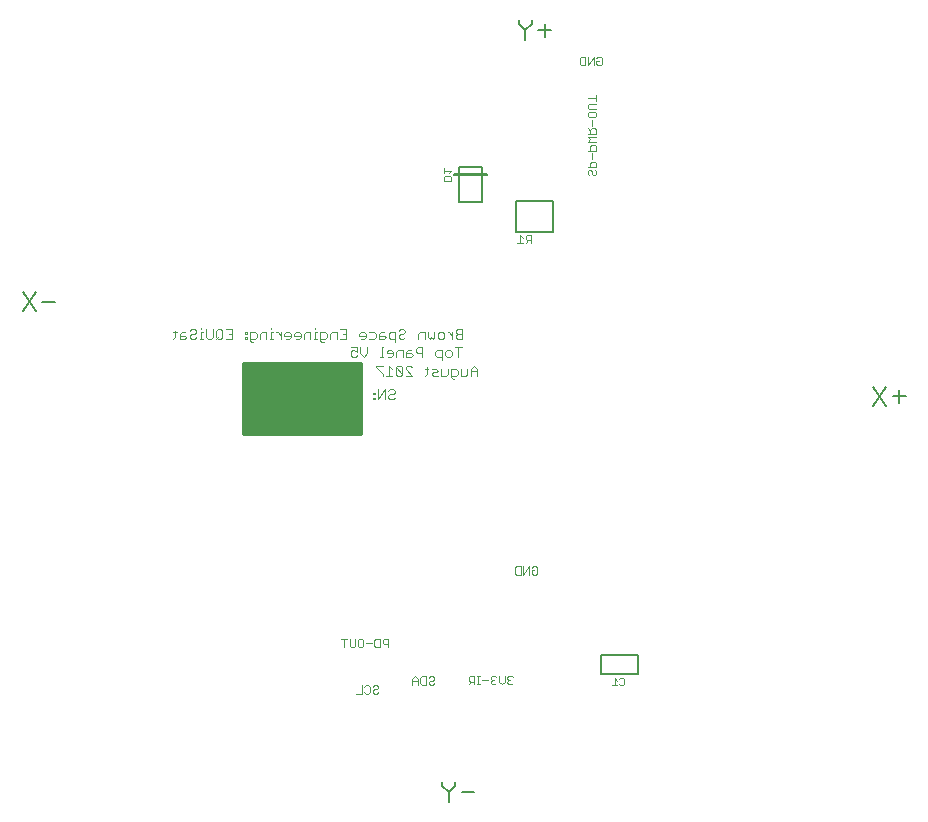
<source format=gbo>
G75*
%MOIN*%
%OFA0B0*%
%FSLAX25Y25*%
%IPPOS*%
%LPD*%
%AMOC8*
5,1,8,0,0,1.08239X$1,22.5*
%
%ADD10C,0.01000*%
%ADD11C,0.00600*%
%ADD12C,0.00300*%
%ADD13C,0.00500*%
%ADD14C,0.00200*%
D10*
X0193060Y0278099D02*
X0193060Y0301721D01*
X0232430Y0301721D01*
X0232430Y0280855D01*
X0232430Y0296997D01*
X0232430Y0278099D01*
X0193060Y0278099D01*
X0193060Y0278988D02*
X0232430Y0278988D01*
X0232430Y0279987D02*
X0193060Y0279987D01*
X0193060Y0280986D02*
X0232430Y0280986D01*
X0232430Y0281984D02*
X0193060Y0281984D01*
X0193060Y0282983D02*
X0232430Y0282983D01*
X0232430Y0283981D02*
X0193060Y0283981D01*
X0193060Y0284980D02*
X0232430Y0284980D01*
X0232430Y0285978D02*
X0193060Y0285978D01*
X0193060Y0286977D02*
X0232430Y0286977D01*
X0232430Y0287975D02*
X0193060Y0287975D01*
X0193060Y0288974D02*
X0232430Y0288974D01*
X0232430Y0289972D02*
X0193060Y0289972D01*
X0193060Y0290971D02*
X0232430Y0290971D01*
X0232430Y0291969D02*
X0193060Y0291969D01*
X0193060Y0292968D02*
X0232430Y0292968D01*
X0232430Y0293966D02*
X0193060Y0293966D01*
X0193060Y0294965D02*
X0232430Y0294965D01*
X0232430Y0295963D02*
X0193060Y0295963D01*
X0193060Y0296962D02*
X0232430Y0296962D01*
X0232430Y0297960D02*
X0193060Y0297960D01*
X0193060Y0298959D02*
X0232430Y0298959D01*
X0232430Y0299957D02*
X0193060Y0299957D01*
X0193060Y0300956D02*
X0232430Y0300956D01*
D11*
X0130555Y0322153D02*
X0126285Y0322153D01*
X0124110Y0318950D02*
X0119839Y0325356D01*
X0124110Y0325356D02*
X0119839Y0318950D01*
X0285194Y0414839D02*
X0285194Y0415907D01*
X0285194Y0414839D02*
X0287329Y0412704D01*
X0287329Y0409502D01*
X0287329Y0412704D02*
X0289464Y0414839D01*
X0289464Y0415907D01*
X0291639Y0412704D02*
X0295909Y0412704D01*
X0293774Y0414839D02*
X0293774Y0410569D01*
X0403304Y0293860D02*
X0407574Y0287454D01*
X0409749Y0290657D02*
X0414020Y0290657D01*
X0411885Y0292792D02*
X0411885Y0288522D01*
X0407574Y0293860D02*
X0403304Y0287454D01*
X0270319Y0158767D02*
X0266049Y0158767D01*
X0263873Y0160902D02*
X0261738Y0158767D01*
X0261738Y0155565D01*
X0261738Y0158767D02*
X0259603Y0160902D01*
X0259603Y0161970D01*
X0263873Y0161970D02*
X0263873Y0160902D01*
D12*
X0243156Y0289667D02*
X0243697Y0290208D01*
X0243156Y0289667D02*
X0242074Y0289667D01*
X0241533Y0290208D01*
X0241533Y0290749D01*
X0242074Y0291290D01*
X0243156Y0291290D01*
X0243697Y0291831D01*
X0243697Y0292372D01*
X0243156Y0292913D01*
X0242074Y0292913D01*
X0241533Y0292372D01*
X0240435Y0292913D02*
X0238271Y0289667D01*
X0238271Y0292913D01*
X0237172Y0291831D02*
X0237172Y0291290D01*
X0236631Y0291290D01*
X0236631Y0291831D01*
X0237172Y0291831D01*
X0237172Y0290208D02*
X0237172Y0289667D01*
X0236631Y0289667D01*
X0236631Y0290208D01*
X0237172Y0290208D01*
X0240435Y0289667D02*
X0240435Y0292913D01*
X0240816Y0297541D02*
X0242980Y0297541D01*
X0241898Y0297541D02*
X0241898Y0300787D01*
X0242980Y0299705D01*
X0244079Y0300246D02*
X0246243Y0298082D01*
X0245702Y0297541D01*
X0244620Y0297541D01*
X0244079Y0298082D01*
X0244079Y0300246D01*
X0244620Y0300787D01*
X0245702Y0300787D01*
X0246243Y0300246D01*
X0246243Y0298082D01*
X0247341Y0297541D02*
X0249505Y0297541D01*
X0247341Y0299705D01*
X0247341Y0300246D01*
X0247882Y0300787D01*
X0248964Y0300787D01*
X0249505Y0300246D01*
X0249159Y0303840D02*
X0249700Y0304381D01*
X0249159Y0304922D01*
X0247536Y0304922D01*
X0247536Y0305463D02*
X0247536Y0303840D01*
X0249159Y0303840D01*
X0249159Y0306004D02*
X0248077Y0306004D01*
X0247536Y0305463D01*
X0246437Y0306004D02*
X0244814Y0306004D01*
X0244273Y0305463D01*
X0244273Y0303840D01*
X0243175Y0304381D02*
X0243175Y0305463D01*
X0242634Y0306004D01*
X0241552Y0306004D01*
X0241011Y0305463D01*
X0241011Y0304922D01*
X0243175Y0304922D01*
X0243175Y0304381D02*
X0242634Y0303840D01*
X0241552Y0303840D01*
X0239912Y0303840D02*
X0238830Y0303840D01*
X0239371Y0303840D02*
X0239371Y0307086D01*
X0239912Y0307086D01*
X0240131Y0309745D02*
X0238508Y0309745D01*
X0238508Y0311368D01*
X0239049Y0311909D01*
X0240131Y0311909D01*
X0240131Y0310827D02*
X0238508Y0310827D01*
X0237409Y0310286D02*
X0236868Y0309745D01*
X0235245Y0309745D01*
X0234147Y0310286D02*
X0234147Y0311368D01*
X0233606Y0311909D01*
X0232524Y0311909D01*
X0231983Y0311368D01*
X0231983Y0310827D01*
X0234147Y0310827D01*
X0234147Y0310286D02*
X0233606Y0309745D01*
X0232524Y0309745D01*
X0232310Y0307086D02*
X0232310Y0304922D01*
X0233393Y0303840D01*
X0234475Y0304922D01*
X0234475Y0307086D01*
X0231212Y0307086D02*
X0231212Y0305463D01*
X0230130Y0306004D01*
X0229589Y0306004D01*
X0229048Y0305463D01*
X0229048Y0304381D01*
X0229589Y0303840D01*
X0230671Y0303840D01*
X0231212Y0304381D01*
X0231212Y0307086D02*
X0229048Y0307086D01*
X0227622Y0309745D02*
X0227622Y0312991D01*
X0225457Y0312991D01*
X0224359Y0311909D02*
X0222736Y0311909D01*
X0222195Y0311368D01*
X0222195Y0309745D01*
X0221096Y0310286D02*
X0220555Y0309745D01*
X0218932Y0309745D01*
X0218932Y0309204D02*
X0218932Y0311909D01*
X0220555Y0311909D01*
X0221096Y0311368D01*
X0221096Y0310286D01*
X0220014Y0308663D02*
X0219473Y0308663D01*
X0218932Y0309204D01*
X0217834Y0309745D02*
X0216752Y0309745D01*
X0217293Y0309745D02*
X0217293Y0311909D01*
X0217834Y0311909D01*
X0217293Y0312991D02*
X0217293Y0313532D01*
X0215659Y0311909D02*
X0215659Y0309745D01*
X0215659Y0311909D02*
X0214036Y0311909D01*
X0213495Y0311368D01*
X0213495Y0309745D01*
X0212396Y0310286D02*
X0212396Y0311368D01*
X0211855Y0311909D01*
X0210773Y0311909D01*
X0210232Y0311368D01*
X0210232Y0310827D01*
X0212396Y0310827D01*
X0212396Y0310286D02*
X0211855Y0309745D01*
X0210773Y0309745D01*
X0209133Y0310286D02*
X0209133Y0311368D01*
X0208592Y0311909D01*
X0207510Y0311909D01*
X0206969Y0311368D01*
X0206969Y0310827D01*
X0209133Y0310827D01*
X0209133Y0310286D02*
X0208592Y0309745D01*
X0207510Y0309745D01*
X0205871Y0309745D02*
X0205871Y0311909D01*
X0205871Y0310827D02*
X0204789Y0311909D01*
X0204248Y0311909D01*
X0203152Y0311909D02*
X0202611Y0311909D01*
X0202611Y0309745D01*
X0203152Y0309745D02*
X0202070Y0309745D01*
X0200977Y0309745D02*
X0200977Y0311909D01*
X0199354Y0311909D01*
X0198813Y0311368D01*
X0198813Y0309745D01*
X0197714Y0310286D02*
X0197173Y0309745D01*
X0195550Y0309745D01*
X0195550Y0309204D02*
X0195550Y0311909D01*
X0197173Y0311909D01*
X0197714Y0311368D01*
X0197714Y0310286D01*
X0196632Y0308663D02*
X0196091Y0308663D01*
X0195550Y0309204D01*
X0194452Y0309745D02*
X0194452Y0310286D01*
X0193911Y0310286D01*
X0193911Y0309745D01*
X0194452Y0309745D01*
X0194452Y0311368D02*
X0194452Y0311909D01*
X0193911Y0311909D01*
X0193911Y0311368D01*
X0194452Y0311368D01*
X0189558Y0311368D02*
X0188476Y0311368D01*
X0189558Y0309745D02*
X0187394Y0309745D01*
X0186295Y0310286D02*
X0185754Y0309745D01*
X0184672Y0309745D01*
X0184131Y0310286D01*
X0184131Y0312450D01*
X0184672Y0312991D01*
X0185754Y0312991D01*
X0186295Y0312450D01*
X0186295Y0310286D01*
X0185213Y0310827D02*
X0184131Y0309745D01*
X0183032Y0310286D02*
X0182491Y0309745D01*
X0181409Y0309745D01*
X0180868Y0310286D01*
X0180868Y0312991D01*
X0179770Y0311909D02*
X0179229Y0311909D01*
X0179229Y0309745D01*
X0179770Y0309745D02*
X0178688Y0309745D01*
X0177595Y0310286D02*
X0177054Y0309745D01*
X0175972Y0309745D01*
X0175431Y0310286D01*
X0175431Y0310827D01*
X0175972Y0311368D01*
X0177054Y0311368D01*
X0177595Y0311909D01*
X0177595Y0312450D01*
X0177054Y0312991D01*
X0175972Y0312991D01*
X0175431Y0312450D01*
X0173791Y0311909D02*
X0172709Y0311909D01*
X0172168Y0311368D01*
X0172168Y0309745D01*
X0173791Y0309745D01*
X0174332Y0310286D01*
X0173791Y0310827D01*
X0172168Y0310827D01*
X0171069Y0311909D02*
X0169987Y0311909D01*
X0170528Y0312450D02*
X0170528Y0310286D01*
X0169987Y0309745D01*
X0179229Y0312991D02*
X0179229Y0313532D01*
X0183032Y0312991D02*
X0183032Y0310286D01*
X0187394Y0312991D02*
X0189558Y0312991D01*
X0189558Y0309745D01*
X0202611Y0312991D02*
X0202611Y0313532D01*
X0224359Y0311909D02*
X0224359Y0309745D01*
X0225457Y0309745D02*
X0227622Y0309745D01*
X0227622Y0311368D02*
X0226540Y0311368D01*
X0235245Y0311909D02*
X0236868Y0311909D01*
X0237409Y0311368D01*
X0237409Y0310286D01*
X0240131Y0309745D02*
X0240672Y0310286D01*
X0240131Y0310827D01*
X0241771Y0310286D02*
X0242312Y0309745D01*
X0243935Y0309745D01*
X0243935Y0308663D02*
X0243935Y0311909D01*
X0242312Y0311909D01*
X0241771Y0311368D01*
X0241771Y0310286D01*
X0245033Y0310286D02*
X0245574Y0309745D01*
X0246656Y0309745D01*
X0247197Y0310286D01*
X0246656Y0311368D02*
X0245574Y0311368D01*
X0245033Y0310827D01*
X0245033Y0310286D01*
X0246656Y0311368D02*
X0247197Y0311909D01*
X0247197Y0312450D01*
X0246656Y0312991D01*
X0245574Y0312991D01*
X0245033Y0312450D01*
X0250799Y0306545D02*
X0250799Y0305463D01*
X0251340Y0304922D01*
X0252963Y0304922D01*
X0252963Y0303840D02*
X0252963Y0307086D01*
X0251340Y0307086D01*
X0250799Y0306545D01*
X0251558Y0309745D02*
X0251558Y0311368D01*
X0252099Y0311909D01*
X0253723Y0311909D01*
X0253723Y0309745D01*
X0254821Y0310286D02*
X0254821Y0311909D01*
X0254821Y0310286D02*
X0255362Y0309745D01*
X0255903Y0310286D01*
X0256444Y0309745D01*
X0256985Y0310286D01*
X0256985Y0311909D01*
X0258084Y0311368D02*
X0258625Y0311909D01*
X0259707Y0311909D01*
X0260248Y0311368D01*
X0260248Y0310286D01*
X0259707Y0309745D01*
X0258625Y0309745D01*
X0258084Y0310286D01*
X0258084Y0311368D01*
X0261344Y0311909D02*
X0261885Y0311909D01*
X0262967Y0310827D01*
X0262967Y0309745D02*
X0262967Y0311909D01*
X0264065Y0311909D02*
X0264606Y0311368D01*
X0266229Y0311368D01*
X0266229Y0309745D02*
X0264606Y0309745D01*
X0264065Y0310286D01*
X0264065Y0310827D01*
X0264606Y0311368D01*
X0264065Y0311909D02*
X0264065Y0312450D01*
X0264606Y0312991D01*
X0266229Y0312991D01*
X0266229Y0309745D01*
X0266013Y0307086D02*
X0263849Y0307086D01*
X0264931Y0307086D02*
X0264931Y0303840D01*
X0262751Y0304381D02*
X0262210Y0303840D01*
X0261128Y0303840D01*
X0260587Y0304381D01*
X0260587Y0305463D01*
X0261128Y0306004D01*
X0262210Y0306004D01*
X0262751Y0305463D01*
X0262751Y0304381D01*
X0259488Y0303840D02*
X0257865Y0303840D01*
X0257324Y0304381D01*
X0257324Y0305463D01*
X0257865Y0306004D01*
X0259488Y0306004D01*
X0259488Y0302758D01*
X0259304Y0299705D02*
X0259304Y0297541D01*
X0260927Y0297541D01*
X0261468Y0298082D01*
X0261468Y0299705D01*
X0262567Y0299705D02*
X0264190Y0299705D01*
X0264731Y0299164D01*
X0264731Y0298082D01*
X0264190Y0297541D01*
X0262567Y0297541D01*
X0262567Y0297000D02*
X0262567Y0299705D01*
X0262567Y0297000D02*
X0263108Y0296459D01*
X0263649Y0296459D01*
X0265830Y0297541D02*
X0265830Y0299705D01*
X0267994Y0299705D02*
X0267994Y0298082D01*
X0267453Y0297541D01*
X0265830Y0297541D01*
X0269092Y0297541D02*
X0269092Y0299705D01*
X0270174Y0300787D01*
X0271256Y0299705D01*
X0271256Y0297541D01*
X0271256Y0299164D02*
X0269092Y0299164D01*
X0258206Y0299164D02*
X0257665Y0299705D01*
X0256042Y0299705D01*
X0254943Y0299705D02*
X0253861Y0299705D01*
X0254402Y0300246D02*
X0254402Y0298082D01*
X0253861Y0297541D01*
X0256042Y0298082D02*
X0256583Y0298623D01*
X0257665Y0298623D01*
X0258206Y0299164D01*
X0258206Y0297541D02*
X0256583Y0297541D01*
X0256042Y0298082D01*
X0246437Y0303840D02*
X0246437Y0306004D01*
X0239718Y0300787D02*
X0237554Y0300787D01*
X0237554Y0300246D01*
X0239718Y0298082D01*
X0239718Y0297541D01*
X0284460Y0341635D02*
X0286361Y0341635D01*
X0285410Y0341635D02*
X0285410Y0344487D01*
X0286361Y0343536D01*
X0287360Y0343061D02*
X0287835Y0342586D01*
X0289261Y0342586D01*
X0288311Y0342586D02*
X0287360Y0341635D01*
X0287360Y0343061D02*
X0287360Y0344012D01*
X0287835Y0344487D01*
X0289261Y0344487D01*
X0289261Y0341635D01*
D13*
X0284005Y0345422D02*
X0284005Y0355658D01*
X0296603Y0355658D01*
X0296603Y0345422D01*
X0284005Y0345422D01*
X0272981Y0355265D02*
X0272981Y0364320D01*
X0274556Y0364320D01*
X0274556Y0364713D01*
X0263532Y0364713D01*
X0263532Y0364320D01*
X0265107Y0364320D01*
X0272981Y0364320D01*
X0272981Y0364713D01*
X0265107Y0364713D01*
X0265107Y0364320D01*
X0265107Y0355265D01*
X0272981Y0355265D01*
X0272981Y0364713D02*
X0272981Y0367076D01*
X0265107Y0367076D01*
X0265107Y0364713D01*
X0312653Y0204485D02*
X0324677Y0204485D01*
X0324677Y0197973D01*
X0312653Y0197973D01*
X0312653Y0204485D01*
D14*
X0226870Y0207064D02*
X0226870Y0209866D01*
X0227804Y0209866D02*
X0225936Y0209866D01*
X0228698Y0209866D02*
X0228698Y0207531D01*
X0229165Y0207064D01*
X0230100Y0207064D01*
X0230567Y0207531D01*
X0230567Y0209866D01*
X0231461Y0209399D02*
X0231928Y0209866D01*
X0232862Y0209866D01*
X0233329Y0209399D01*
X0233329Y0207531D01*
X0232862Y0207064D01*
X0231928Y0207064D01*
X0231461Y0207531D01*
X0231461Y0209399D01*
X0234223Y0208465D02*
X0236091Y0208465D01*
X0236985Y0209399D02*
X0237453Y0209866D01*
X0238854Y0209866D01*
X0238854Y0207064D01*
X0237453Y0207064D01*
X0236985Y0207531D01*
X0236985Y0209399D01*
X0239748Y0209399D02*
X0239748Y0208465D01*
X0240215Y0207998D01*
X0241616Y0207998D01*
X0241616Y0207064D02*
X0241616Y0209866D01*
X0240215Y0209866D01*
X0239748Y0209399D01*
X0250485Y0197281D02*
X0249551Y0196346D01*
X0249551Y0194478D01*
X0249551Y0195879D02*
X0251419Y0195879D01*
X0251419Y0196346D02*
X0250485Y0197281D01*
X0251419Y0196346D02*
X0251419Y0194478D01*
X0252313Y0194945D02*
X0252313Y0196813D01*
X0252780Y0197281D01*
X0254181Y0197281D01*
X0254181Y0194478D01*
X0252780Y0194478D01*
X0252313Y0194945D01*
X0255075Y0194945D02*
X0255542Y0194478D01*
X0256476Y0194478D01*
X0256944Y0194945D01*
X0256476Y0195879D02*
X0255542Y0195879D01*
X0255075Y0195412D01*
X0255075Y0194945D01*
X0256476Y0195879D02*
X0256944Y0196346D01*
X0256944Y0196813D01*
X0256476Y0197281D01*
X0255542Y0197281D01*
X0255075Y0196813D01*
X0268392Y0196960D02*
X0268392Y0196026D01*
X0268859Y0195559D01*
X0270261Y0195559D01*
X0270261Y0194625D02*
X0270261Y0197427D01*
X0268859Y0197427D01*
X0268392Y0196960D01*
X0269327Y0195559D02*
X0268392Y0194625D01*
X0271168Y0194625D02*
X0272102Y0194625D01*
X0271635Y0194625D02*
X0271635Y0197427D01*
X0272102Y0197427D02*
X0271168Y0197427D01*
X0272996Y0196026D02*
X0274865Y0196026D01*
X0275759Y0195559D02*
X0275759Y0195092D01*
X0276226Y0194625D01*
X0277160Y0194625D01*
X0277627Y0195092D01*
X0278521Y0195559D02*
X0278521Y0197427D01*
X0277627Y0196960D02*
X0277160Y0197427D01*
X0276226Y0197427D01*
X0275759Y0196960D01*
X0275759Y0196493D01*
X0276226Y0196026D01*
X0275759Y0195559D01*
X0276226Y0196026D02*
X0276693Y0196026D01*
X0278521Y0195559D02*
X0279455Y0194625D01*
X0280389Y0195559D01*
X0280389Y0197427D01*
X0281283Y0196960D02*
X0281750Y0197427D01*
X0282685Y0197427D01*
X0283152Y0196960D01*
X0282218Y0196026D02*
X0281750Y0196026D01*
X0281283Y0195559D01*
X0281283Y0195092D01*
X0281750Y0194625D01*
X0282685Y0194625D01*
X0283152Y0195092D01*
X0281750Y0196026D02*
X0281283Y0196493D01*
X0281283Y0196960D01*
X0316291Y0194343D02*
X0317826Y0194343D01*
X0317058Y0194343D02*
X0317058Y0196645D01*
X0317826Y0195878D01*
X0318593Y0196261D02*
X0318977Y0196645D01*
X0319744Y0196645D01*
X0320128Y0196261D01*
X0320128Y0194727D01*
X0319744Y0194343D01*
X0318977Y0194343D01*
X0318593Y0194727D01*
X0290780Y0231223D02*
X0289846Y0231223D01*
X0289379Y0231690D01*
X0289379Y0232624D01*
X0290313Y0232624D01*
X0291247Y0231690D02*
X0290780Y0231223D01*
X0291247Y0231690D02*
X0291247Y0233558D01*
X0290780Y0234025D01*
X0289846Y0234025D01*
X0289379Y0233558D01*
X0288485Y0234025D02*
X0286616Y0231223D01*
X0286616Y0234025D01*
X0285722Y0234025D02*
X0284321Y0234025D01*
X0283854Y0233558D01*
X0283854Y0231690D01*
X0284321Y0231223D01*
X0285722Y0231223D01*
X0285722Y0234025D01*
X0288485Y0234025D02*
X0288485Y0231223D01*
X0238215Y0193867D02*
X0238215Y0193400D01*
X0237748Y0192933D01*
X0236814Y0192933D01*
X0236347Y0192466D01*
X0236347Y0191999D01*
X0236814Y0191532D01*
X0237748Y0191532D01*
X0238215Y0191999D01*
X0238215Y0193867D02*
X0237748Y0194334D01*
X0236814Y0194334D01*
X0236347Y0193867D01*
X0235453Y0193867D02*
X0235453Y0191999D01*
X0234986Y0191532D01*
X0234052Y0191532D01*
X0233585Y0191999D01*
X0232691Y0191532D02*
X0230822Y0191532D01*
X0232691Y0191532D02*
X0232691Y0194334D01*
X0233585Y0193867D02*
X0234052Y0194334D01*
X0234986Y0194334D01*
X0235453Y0193867D01*
X0260089Y0362494D02*
X0260089Y0363773D01*
X0260515Y0364199D01*
X0262221Y0364199D01*
X0262647Y0363773D01*
X0262647Y0362494D01*
X0260089Y0362494D01*
X0260089Y0365032D02*
X0260089Y0366737D01*
X0260089Y0365884D02*
X0262647Y0365884D01*
X0261794Y0365032D01*
X0308002Y0364729D02*
X0308469Y0364262D01*
X0308002Y0364729D02*
X0308002Y0365663D01*
X0308469Y0366130D01*
X0308936Y0366130D01*
X0309404Y0365663D01*
X0309404Y0364729D01*
X0309871Y0364262D01*
X0310338Y0364262D01*
X0310805Y0364729D01*
X0310805Y0365663D01*
X0310338Y0366130D01*
X0310805Y0367025D02*
X0308002Y0367025D01*
X0308936Y0367025D02*
X0308936Y0368426D01*
X0309404Y0368893D01*
X0310338Y0368893D01*
X0310805Y0368426D01*
X0310805Y0367025D01*
X0309404Y0369787D02*
X0309404Y0371655D01*
X0308936Y0372549D02*
X0308936Y0373950D01*
X0309404Y0374418D01*
X0310338Y0374418D01*
X0310805Y0373950D01*
X0310805Y0372549D01*
X0308002Y0372549D01*
X0308002Y0375312D02*
X0308936Y0376246D01*
X0308002Y0377180D01*
X0310805Y0377180D01*
X0310805Y0378074D02*
X0308002Y0378074D01*
X0308936Y0378074D02*
X0308936Y0379475D01*
X0309404Y0379942D01*
X0310338Y0379942D01*
X0310805Y0379475D01*
X0310805Y0378074D01*
X0308936Y0379008D02*
X0308002Y0379942D01*
X0309404Y0380836D02*
X0309404Y0382705D01*
X0310338Y0383599D02*
X0308469Y0383599D01*
X0308002Y0384066D01*
X0308002Y0385000D01*
X0308469Y0385467D01*
X0310338Y0385467D01*
X0310805Y0385000D01*
X0310805Y0384066D01*
X0310338Y0383599D01*
X0310805Y0386361D02*
X0308469Y0386361D01*
X0308002Y0386828D01*
X0308002Y0387762D01*
X0308469Y0388229D01*
X0310805Y0388229D01*
X0310805Y0389123D02*
X0310805Y0390992D01*
X0310805Y0390058D02*
X0308002Y0390058D01*
X0308172Y0400916D02*
X0308172Y0403718D01*
X0307278Y0403718D02*
X0305876Y0403718D01*
X0305409Y0403251D01*
X0305409Y0401383D01*
X0305876Y0400916D01*
X0307278Y0400916D01*
X0307278Y0403718D01*
X0310040Y0403718D02*
X0308172Y0400916D01*
X0310040Y0400916D02*
X0310040Y0403718D01*
X0310934Y0403251D02*
X0311401Y0403718D01*
X0312335Y0403718D01*
X0312802Y0403251D01*
X0312802Y0401383D01*
X0312335Y0400916D01*
X0311401Y0400916D01*
X0310934Y0401383D01*
X0310934Y0402317D01*
X0311868Y0402317D01*
X0310805Y0375312D02*
X0308002Y0375312D01*
M02*

</source>
